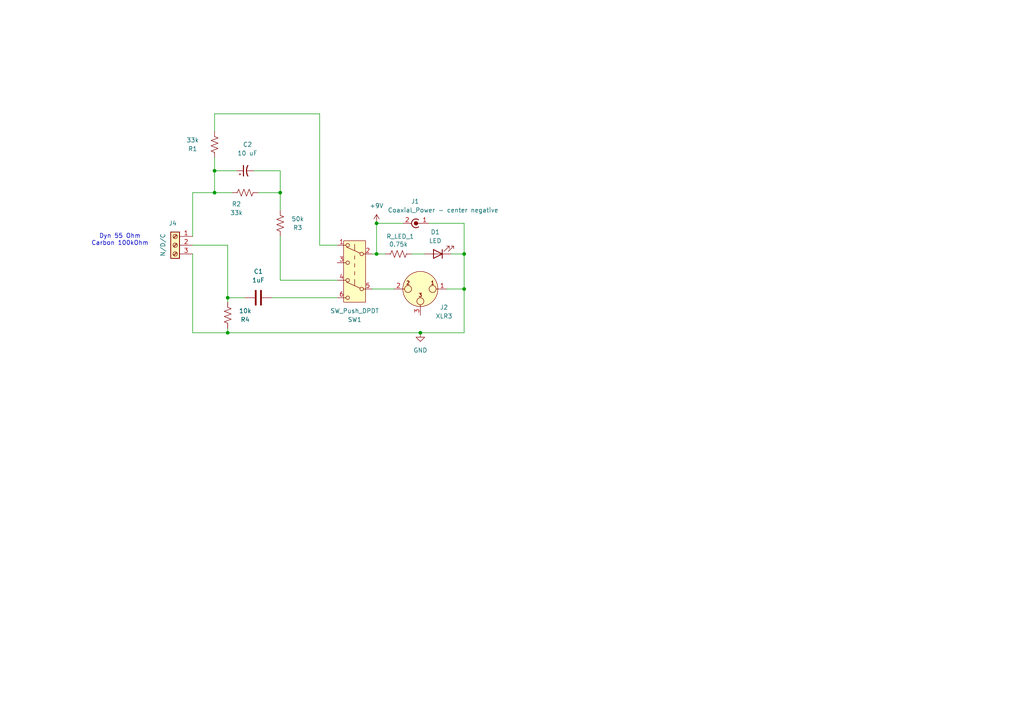
<source format=kicad_sch>
(kicad_sch (version 20250114) (generator "eeschema") (generator_version "9.0")
  (paper "A4")
  (lib_symbols
    (symbol "Connector:Conn_Coaxial_Power" (pin_names (offset 1.016) (hide yes))
      (property "Reference" "J" (at -5.08 -1.27 90))
      (property "Value" "Conn_Coaxial_Power" (at -3.175 -1.27 90))
      (symbol "Conn_Coaxial_Power_0_1"
        (arc (start 1.016 -0.508) (mid 1.2048 -0.8684) (end 1.27 -1.27) (stroke (width 0.254)))
        (polyline (pts (xy 0 0) (xy 0 -1.27)))
        (arc (start 1.27 -1.27) (mid 0 -2.5345) (end -1.27 -1.27) (stroke (width 0.254)))
        (arc (start -1.27 -1.27) (mid -1.2048 -0.8684) (end -1.016 -0.508) (stroke (width 0.254)))
        (circle (center 0 -1.27) (radius 0.508) (stroke (width 0.2032)) (fill (type outline)))
        (polyline (pts (xy 0 -2.54) (xy 0 -3.048)))
      )
      (symbol "Conn_Coaxial_Power_1_1"
        (pin passive line (at 0 2.54 270) (length 2.54) (name "In") (number "1"))
        (pin passive line (at 0 -5.08 90) (length 2.54) (name "Ext") (number "2"))
      )
    )
    (symbol "Connector:Screw_Terminal_01x03" (pin_names (offset 1.016) (hide yes))
      (property "Reference" "J" (at 0 5.08 0))
      (property "Value" "Screw_Terminal_01x03" (at 0 -5.08 0))
      (symbol "Screw_Terminal_01x03_1_1"
        (rectangle (start -1.27 3.81) (end 1.27 -3.81) (stroke (width 0.254)) (fill (type background)))
        (polyline (pts (xy -0.5334 2.8702) (xy 0.3302 2.032)) (stroke (width 0.1524)))
        (polyline (pts (xy -0.5334 0.3302) (xy 0.3302 -0.508)) (stroke (width 0.1524)))
        (polyline (pts (xy -0.5334 -2.2098) (xy 0.3302 -3.048)) (stroke (width 0.1524)))
        (polyline (pts (xy -0.3556 3.048) (xy 0.508 2.2098)) (stroke (width 0.1524)))
        (polyline (pts (xy -0.3556 0.508) (xy 0.508 -0.3302)) (stroke (width 0.1524)))
        (polyline (pts (xy -0.3556 -2.032) (xy 0.508 -2.8702)) (stroke (width 0.1524)))
        (circle (center 0 2.54) (radius 0.635) (stroke (width 0.1524)))
        (circle (center 0 0) (radius 0.635) (stroke (width 0.1524)))
        (circle (center 0 -2.54) (radius 0.635) (stroke (width 0.1524)))
        (pin passive line (at -5.08 2.54 0) (length 3.81) (name "Pin_1") (number "1"))
        (pin passive line (at -5.08 0 0) (length 3.81) (name "Pin_2") (number "2"))
        (pin passive line (at -5.08 -2.54 0) (length 3.81) (name "Pin_3") (number "3"))
      )
    )
    (symbol "Connector_Audio:XLR3" (pin_names (hide yes))
      (property "Reference" "J" (at 0 8.89 0))
      (property "Value" "XLR3" (at 0 6.35 0))
      (symbol "XLR3_0_1"
        (polyline (pts (xy -5.08 0) (xy -4.572 0)))
        (circle (center -3.556 0) (radius 1.016))
        (circle (center 0 0) (radius 5.08) (fill (type background)))
        (circle (center 0 -3.556) (radius 1.016))
        (polyline (pts (xy 0 -5.08) (xy 0 -4.572)))
        (circle (center 3.556 0) (radius 1.016))
        (polyline (pts (xy 5.08 0) (xy 4.572 0)))
        (text "1" (at -3.556 1.778 0) (effects (font (size 1.016 1.016) (bold yes))))
        (text "3" (at 0 -1.778 0) (effects (font (size 1.016 1.016) (bold yes))))
        (text "2" (at 3.556 1.778 0) (effects (font (size 1.016 1.016) (bold yes))))
        (pin passive line (at -7.62 0 0) (length 2.54) (name "~") (number "1"))
        (pin passive line (at 0 -7.62 90) (length 2.54) (name "~") (number "3"))
        (pin passive line (at 7.62 0 180) (length 2.54) (name "~") (number "2"))
      )
    )
    (symbol "Device:C" (pin_numbers (hide yes)) (pin_names (offset 0.254))
      (property "Reference" "C" (at 0.635 2.54 0))
      (property "Value" "C" (at 0.635 -2.54 0))
      (symbol "C_0_1"
        (polyline (pts (xy -2.032 0.762) (xy 2.032 0.762)) (stroke (width 0.508)))
        (polyline (pts (xy -2.032 -0.762) (xy 2.032 -0.762)) (stroke (width 0.508)))
      )
      (symbol "C_1_1"
        (pin passive line (at 0 3.81 270) (length 2.794) (name "~") (number "1"))
        (pin passive line (at 0 -3.81 90) (length 2.794) (name "~") (number "2"))
      )
    )
    (symbol "Device:C_Polarized_Small_US" (pin_numbers (hide yes)) (pin_names (offset 0.254) (hide yes))
      (property "Reference" "C" (at 0.254 1.778 0))
      (property "Value" "C_Polarized_Small_US" (at 0.254 -2.032 0))
      (symbol "C_Polarized_Small_US_0_1"
        (polyline (pts (xy -1.524 0.508) (xy 1.524 0.508)) (stroke (width 0.3048)))
        (polyline (pts (xy -1.27 1.524) (xy -0.762 1.524)))
        (polyline (pts (xy -1.016 1.27) (xy -1.016 1.778)))
        (arc (start -1.524 -0.762) (mid 0 -0.3734) (end 1.524 -0.762) (stroke (width 0.3048)))
      )
      (symbol "C_Polarized_Small_US_1_1"
        (pin passive line (at 0 2.54 270) (length 2.032) (name "~") (number "1"))
        (pin passive line (at 0 -2.54 90) (length 2.032) (name "~") (number "2"))
      )
    )
    (symbol "Device:LED" (pin_numbers (hide yes)) (pin_names (offset 1.016) (hide yes))
      (property "Reference" "D" (at 0 2.54 0))
      (property "Value" "LED" (at 0 -2.54 0))
      (symbol "LED_0_1"
        (polyline (pts (xy -3.048 -0.762) (xy -4.572 -2.286) (xy -3.81 -2.286) (xy -4.572 -2.286) (xy -4.572 -1.524)))
        (polyline (pts (xy -1.778 -0.762) (xy -3.302 -2.286) (xy -2.54 -2.286) (xy -3.302 -2.286) (xy -3.302 -1.524)))
        (polyline (pts (xy -1.27 0) (xy 1.27 0)))
        (polyline (pts (xy -1.27 -1.27) (xy -1.27 1.27)) (stroke (width 0.254)))
        (polyline (pts (xy 1.27 -1.27) (xy 1.27 1.27) (xy -1.27 0) (xy 1.27 -1.27)) (stroke (width 0.254)))
      )
      (symbol "LED_1_1"
        (pin passive line (at -3.81 0 0) (length 2.54) (name "K") (number "1"))
        (pin passive line (at 3.81 0 180) (length 2.54) (name "A") (number "2"))
      )
    )
    (symbol "Device:R_US" (pin_numbers (hide yes)) (pin_names (offset 0))
      (property "Reference" "R" (at 2.54 0 90))
      (property "Value" "R_US" (at -2.54 0 90))
      (symbol "R_US_0_1"
        (polyline (pts (xy 0 2.286) (xy 0 2.54)))
        (polyline (pts (xy 0 2.286) (xy 1.016 1.905) (xy 0 1.524) (xy -1.016 1.143) (xy 0 0.762)))
        (polyline (pts (xy 0 0.762) (xy 1.016 0.381) (xy 0 0) (xy -1.016 -0.381) (xy 0 -0.762)))
        (polyline (pts (xy 0 -0.762) (xy 1.016 -1.143) (xy 0 -1.524) (xy -1.016 -1.905) (xy 0 -2.286)))
        (polyline (pts (xy 0 -2.286) (xy 0 -2.54)))
      )
      (symbol "R_US_1_1"
        (pin passive line (at 0 3.81 270) (length 1.27) (name "~") (number "1"))
        (pin passive line (at 0 -3.81 90) (length 1.27) (name "~") (number "2"))
      )
    )
    (symbol "Switch:SW_Push_DPDT" (pin_names (offset 0) (hide yes))
      (property "Reference" "SW" (at 0 10.16 0))
      (property "Value" "SW_Push_DPDT" (at 0 -10.16 0))
      (symbol "SW_Push_DPDT_0_0"
        (circle (center -2.032 5.08) (radius 0.508))
        (circle (center -2.032 -5.08) (radius 0.508))
        (circle (center 2.032 2.54) (radius 0.508))
        (circle (center 2.032 -7.62) (radius 0.508))
      )
      (symbol "SW_Push_DPDT_0_1"
        (polyline (pts (xy -1.524 5.334) (xy 2.3368 7.0612)))
        (polyline (pts (xy -1.524 -4.826) (xy 2.3368 -3.0988)))
        (polyline (pts (xy 0 7.874) (xy 0 6.096)))
        (polyline (pts (xy 0 3.556) (xy 0 4.572)))
        (polyline (pts (xy 0 1.27) (xy 0 2.286)))
        (polyline (pts (xy 0 -1.016) (xy 0 0)))
        (polyline (pts (xy 0 -2.286) (xy 0 -4.064)))
        (circle (center 2.032 7.62) (radius 0.508))
        (circle (center 2.032 -2.54) (radius 0.508))
      )
      (symbol "SW_Push_DPDT_1_1"
        (rectangle (start -3.175 8.89) (end 3.175 -8.89) (fill (type background)))
        (pin passive line (at -5.08 5.08 0) (length 2.54) (name "B") (number "2"))
        (pin passive line (at -5.08 -5.08 0) (length 2.54) (name "B") (number "5"))
        (pin passive line (at 5.08 7.62 180) (length 2.54) (name "A") (number "1"))
        (pin passive line (at 5.08 2.54 180) (length 2.54) (name "C") (number "3"))
        (pin passive line (at 5.08 -2.54 180) (length 2.54) (name "A") (number "4"))
        (pin passive line (at 5.08 -7.62 180) (length 2.54) (name "C") (number "6"))
      )
    )
    (symbol "power:+9V" (power) (pin_numbers (hide yes)) (pin_names (offset 0) (hide yes))
      (property "Value" "+9V" (at 0 3.556 0))
      (symbol "+9V_0_1"
        (polyline (pts (xy -0.762 1.27) (xy 0 2.54)))
        (polyline (pts (xy 0 2.54) (xy 0.762 1.27)))
        (polyline (pts (xy 0 0) (xy 0 2.54)))
      )
      (symbol "+9V_1_1"
        (pin power_in line (at 0 0 90) (length 0) (name "~") (number "1"))
      )
    )
    (symbol "power:GND" (power) (pin_numbers (hide yes)) (pin_names (offset 0) (hide yes))
      (property "Value" "GND" (at 0 -3.81 0))
      (symbol "GND_0_1"
        (polyline (pts (xy 0 0) (xy 0 -1.27) (xy 1.27 -1.27) (xy 0 -2.54) (xy -1.27 -1.27) (xy 0 -1.27)))
      )
      (symbol "GND_1_1"
        (pin power_in line (at 0 0 270) (length 0) (name "~") (number "1"))
      )
    )
  )
  (text "Dyn 55 Ohm\nCarbon 100kOhm" (at 34.798 69.596 0) (effects (font (size 1.27 1.27))))
  (junction (at 109.22 64.77))
  (junction (at 62.23 55.88))
  (junction (at 81.28 55.88))
  (junction (at 62.23 49.53))
  (junction (at 109.22 73.66))
  (junction (at 134.62 83.82))
  (junction (at 121.92 96.52))
  (junction (at 66.04 86.36))
  (junction (at 66.04 96.52))
  (junction (at 134.62 73.66))
  (wire (pts (xy 124.46 64.77) (xy 134.62 64.77)))
  (wire (pts (xy 134.62 96.52) (xy 121.92 96.52)))
  (wire (pts (xy 97.79 81.28) (xy 81.28 81.28)))
  (wire (pts (xy 97.79 86.36) (xy 78.74 86.36)))
  (wire (pts (xy 107.95 83.82) (xy 114.3 83.82)))
  (wire (pts (xy 62.23 33.02) (xy 62.23 38.1)))
  (wire (pts (xy 92.71 71.12) (xy 92.71 33.02)))
  (wire (pts (xy 109.22 64.77) (xy 109.22 73.66)))
  (wire (pts (xy 129.54 83.82) (xy 134.62 83.82)))
  (wire (pts (xy 130.81 73.66) (xy 134.62 73.66)))
  (wire (pts (xy 62.23 49.53) (xy 62.23 55.88)))
  (wire (pts (xy 55.88 71.12) (xy 66.04 71.12)))
  (wire (pts (xy 107.95 73.66) (xy 109.22 73.66)))
  (wire (pts (xy 62.23 45.72) (xy 62.23 49.53)))
  (wire (pts (xy 55.88 55.88) (xy 62.23 55.88)))
  (wire (pts (xy 62.23 55.88) (xy 67.31 55.88)))
  (wire (pts (xy 66.04 87.63) (xy 66.04 86.36)))
  (wire (pts (xy 92.71 71.12) (xy 97.79 71.12)))
  (wire (pts (xy 134.62 73.66) (xy 134.62 83.82)))
  (wire (pts (xy 66.04 71.12) (xy 66.04 86.36)))
  (wire (pts (xy 116.84 64.77) (xy 109.22 64.77)))
  (wire (pts (xy 119.38 73.66) (xy 123.19 73.66)))
  (wire (pts (xy 92.71 33.02) (xy 62.23 33.02)))
  (wire (pts (xy 66.04 96.52) (xy 66.04 95.25)))
  (wire (pts (xy 55.88 73.66) (xy 55.88 96.52)))
  (wire (pts (xy 74.93 55.88) (xy 81.28 55.88)))
  (wire (pts (xy 134.62 83.82) (xy 134.62 96.52)))
  (wire (pts (xy 81.28 55.88) (xy 81.28 60.96)))
  (wire (pts (xy 134.62 64.77) (xy 134.62 73.66)))
  (wire (pts (xy 73.66 49.53) (xy 81.28 49.53)))
  (wire (pts (xy 109.22 73.66) (xy 111.76 73.66)))
  (wire (pts (xy 68.58 49.53) (xy 62.23 49.53)))
  (wire (pts (xy 66.04 96.52) (xy 121.92 96.52)))
  (wire (pts (xy 66.04 86.36) (xy 71.12 86.36)))
  (wire (pts (xy 81.28 49.53) (xy 81.28 55.88)))
  (wire (pts (xy 81.28 81.28) (xy 81.28 68.58)))
  (wire (pts (xy 55.88 55.88) (xy 55.88 68.58)))
  (wire (pts (xy 55.88 96.52) (xy 66.04 96.52)))
  (symbol (lib_id "Device:C_Polarized_Small_US") (at 71.12 49.53 90) (unit 1)
    (property "Reference" "C2" (at 73.152 41.91 90) (effects (justify left)))
    (property "Value" "10 uF" (at 74.676 44.45 90) (effects (justify left)))
    (property "Footprint" "Capacitor_THT:CP_Radial_D5.0mm_P2.00mm" (effects (hide yes)))
    (property "Description" "Polarized capacitor, small US symbol" (effects (hide yes)))
  )
  (symbol (lib_id "Device:R_US") (at 66.04 91.44 180) (unit 1)
    (property "Reference" "R4" (at 71.12 92.71 0))
    (property "Value" "10k" (at 71.12 90.17 0))
    (property "Footprint" "Resistor_THT:R_Axial_DIN0207_L6.3mm_D2.5mm_P7.62mm_Horizontal" (effects (hide yes)))
    (property "Description" "Resistor, US symbol" (effects (hide yes)))
  )
  (symbol (lib_id "Device:R_US") (at 71.12 55.88 270) (unit 1)
    (property "Reference" "R2" (at 68.58 59.182 90))
    (property "Value" "33k" (at 68.58 61.722 90))
    (property "Footprint" "Resistor_THT:R_Axial_DIN0207_L6.3mm_D2.5mm_P7.62mm_Horizontal" (effects (hide yes)))
    (property "Description" "Resistor, US symbol" (effects (hide yes)))
  )
  (symbol (lib_id "Connector:Conn_Coaxial_Power") (at 121.92 64.77 270) (unit 1)
    (property "Reference" "J1" (at 120.396 58.42 90))
    (property "Value" "Coaxial_Power - center negative" (at 128.524 60.96 90))
    (property "Footprint" "Connector_BarrelJack:BarrelJack_GCT_DCJ200-10-A_Horizontal" (effects (hide yes)))
    (property "Description" "coaxial connector (BNC, SMA, SMB, SMC, Cinch/RCA, LEMO, ...)" (effects (hide yes)))
  )
  (symbol (lib_id "power:+9V") (at 109.22 64.77 0) (unit 1)
    (property "Reference" "#PWR03" (effects (hide yes)))
    (property "Value" "+9V" (at 109.22 59.69 0))
    (property "Description" "Power symbol creates a global label with name \"+9V\"" (effects (hide yes)))
  )
  (symbol (lib_id "Device:R_US") (at 62.23 41.91 180) (unit 1)
    (property "Reference" "R1" (at 55.88 43.18 0))
    (property "Value" "33k" (at 55.88 40.64 0))
    (property "Footprint" "Resistor_THT:R_Axial_DIN0207_L6.3mm_D2.5mm_P7.62mm_Horizontal" (effects (hide yes)))
    (property "Description" "Resistor, US symbol" (effects (hide yes)))
  )
  (symbol (lib_id "Connector_Audio:XLR3") (at 121.92 83.82 0) (mirror y) (unit 1)
    (property "Reference" "J2" (at 128.778 89.154 0))
    (property "Value" "XLR3" (at 128.778 91.694 0))
    (property "Footprint" "Connector_JST:JST_PH_B3B-PH-K_1x03_P2.00mm_Vertical" (effects (hide yes)))
    (property "Description" "XLR Connector, Male or Female, 3 Pins" (effects (hide yes)))
  )
  (symbol (lib_id "power:GND") (at 121.92 96.52 0) (unit 1)
    (property "Reference" "#PWR02" (effects (hide yes)))
    (property "Value" "GND" (at 121.92 101.6 0))
    (property "Description" "Power symbol creates a global label with name \"GND\" , ground" (effects (hide yes)))
  )
  (symbol (lib_id "Device:C") (at 74.93 86.36 90) (unit 1)
    (property "Reference" "C1" (at 74.93 78.74 90))
    (property "Value" "1uF" (at 74.93 81.28 90))
    (property "Footprint" "Capacitor_THT:C_Radial_D5.0mm_H11.0mm_P2.00mm" (effects (hide yes)))
    (property "Description" "Unpolarized capacitor" (effects (hide yes)))
  )
  (symbol (lib_id "Device:LED") (at 127 73.66 180) (unit 1)
    (property "Reference" "D1" (at 126.238 67.31 0))
    (property "Value" "LED" (at 126.238 69.85 0))
    (property "Footprint" "LED_THT:LED_D3.0mm" (effects (hide yes)))
    (property "Description" "Light emitting diode" (effects (hide yes)))
    (property "Sim.Pins" "1=K 2=A" (effects (hide yes)))
  )
  (symbol (lib_id "Switch:SW_Push_DPDT") (at 102.87 78.74 0) (mirror y) (unit 1)
    (property "Reference" "SW1" (at 102.87 92.71 0))
    (property "Value" "SW_Push_DPDT" (at 102.87 90.17 0))
    (property "Footprint" "Connector_JST:JST_PH_B6B-PH-K_1x06_P2.00mm_Vertical" (effects (hide yes)))
    (property "Description" "Momentary Switch, dual pole double throw" (effects (hide yes)))
  )
  (symbol (lib_id "Connector:Screw_Terminal_01x03") (at 50.8 71.12 0) (mirror y) (unit 1)
    (property "Reference" "J4" (at 51.308 64.77 0) (effects (justify left)))
    (property "Value" "N/D/C" (at 47.244 74.422 90) (effects (justify left)))
    (property "Footprint" "TerminalBlock_Philmore:TerminalBlock_Philmore_TB133_1x03_P5.00mm_Horizontal" (effects (hide yes)))
    (property "Description" "Generic screw terminal, single row, 01x03, script generated (kicad-library-utils/schlib/autogen/connector/)" (effects (hide yes)))
  )
  (symbol (lib_id "Device:R_US") (at 115.57 73.66 270) (unit 1)
    (property "Reference" "R_LED_1" (at 116.078 68.58 90))
    (property "Value" "0.75k" (at 115.57 70.866 90))
    (property "Footprint" "Resistor_THT:R_Axial_DIN0207_L6.3mm_D2.5mm_P7.62mm_Horizontal" (effects (hide yes)))
    (property "Description" "Resistor, US symbol" (effects (hide yes)))
  )
  (symbol (lib_id "Device:R_US") (at 81.28 64.77 180) (unit 1)
    (property "Reference" "R3" (at 86.36 66.04 0))
    (property "Value" "50k" (at 86.36 63.5 0))
    (property "Footprint" "Resistor_THT:R_Axial_DIN0207_L6.3mm_D2.5mm_P7.62mm_Horizontal" (effects (hide yes)))
    (property "Description" "Resistor, US symbol" (effects (hide yes)))
  )
)
</source>
